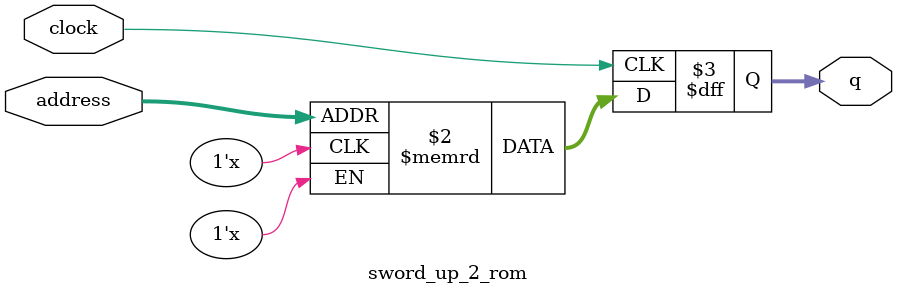
<source format=sv>
module sword_up_2_rom (
	input logic clock,
	input logic [9:0] address,
	output logic [2:0] q
);

logic [2:0] memory [0:1023] /* synthesis ram_init_file = "./sword_up_2/sword_up_2.mif" */;

always_ff @ (posedge clock) begin
	q <= memory[address];
end

endmodule

</source>
